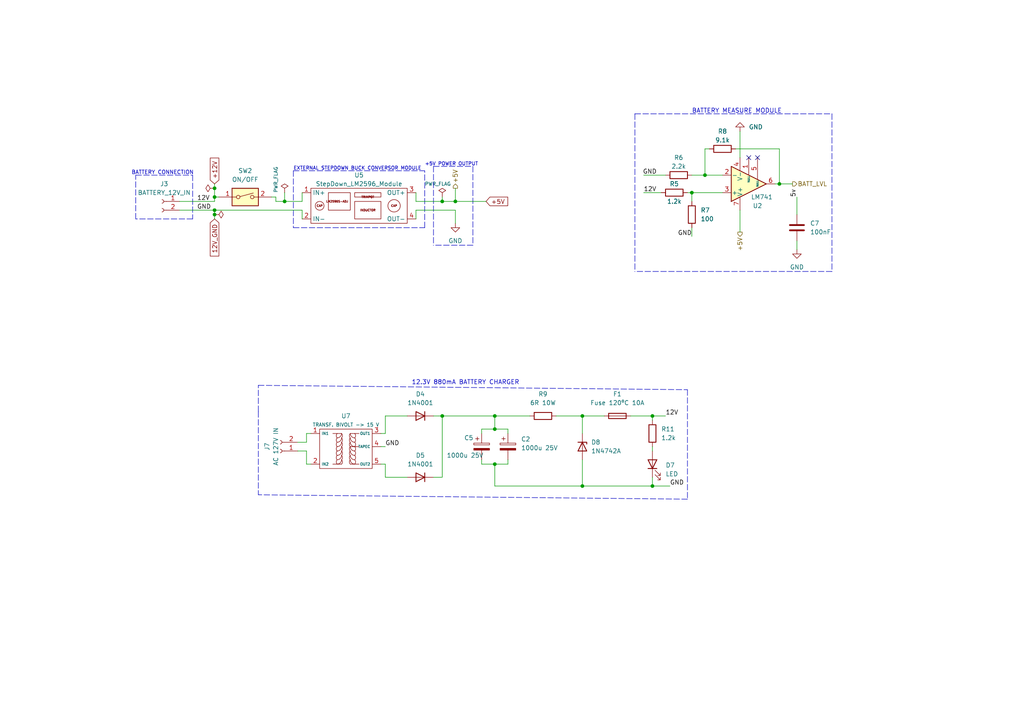
<source format=kicad_sch>
(kicad_sch (version 20211123) (generator eeschema)
  (paper "A4")
  (title_block (title "Power Supply Eschema ") (date "2022-03-24") (rev "2.0") (company "Leandro Assis dos Santos") (comment 1 "Disponible in: github.com/leandroassis"))
  (lib_symbols
    (symbol "Amplifier_Operational:LM741" (pin_names (offset 0.127))
      (property "Reference" "U" (at 0 6.35 0))
      (property "Value" "LM741" (at 0 3.81 0))
      (symbol "LM741_0_1"
        (polyline (pts (xy -5.08 5.08) (xy 5.08 0) (xy -5.08 -5.08) (xy -5.08 5.08)) (stroke (width 0.254)) (fill (type background)))
      )
      (symbol "LM741_1_1"
        (pin input line (at 0 -7.62 90) (length 5.08) (name "NULL") (number "1"))
        (pin input line (at -7.62 -2.54 0) (length 2.54) (name "-") (number "2"))
        (pin input line (at -7.62 2.54 0) (length 2.54) (name "+") (number "3"))
        (pin power_in line (at -2.54 -7.62 90) (length 3.81) (name "V-") (number "4"))
        (pin input line (at 2.54 -7.62 90) (length 6.35) (name "NULL") (number "5"))
        (pin output line (at 7.62 0 180) (length 2.54) (name "~") (number "6"))
        (pin power_in line (at -2.54 7.62 270) (length 3.81) (name "V+") (number "7"))
        (pin no_connect line (at 0 2.54 270) (length 2.54) hide (name "NC") (number "8"))
      )
    )
    (symbol "Connector:Conn_01x02_Female" (pin_names (offset 1.016) hide)
      (property "Reference" "J" (at 0 2.54 0))
      (property "Value" "Conn_01x02_Female" (at 0 -5.08 0))
      (symbol "Conn_01x02_Female_1_1"
        (arc (start 0 -2.032) (mid -0.508 -2.54) (end 0 -3.048) (stroke (width 0.1524)))
        (polyline (pts (xy -1.27 -2.54) (xy -0.508 -2.54)) (stroke (width 0.1524)))
        (polyline (pts (xy -1.27 0) (xy -0.508 0)) (stroke (width 0.1524)))
        (arc (start 0 0.508) (mid -0.508 0) (end 0 -0.508) (stroke (width 0.1524)))
        (pin passive line (at -5.08 0 0) (length 3.81) (name "Pin_1") (number "1"))
        (pin passive line (at -5.08 -2.54 0) (length 3.81) (name "Pin_2") (number "2"))
      )
    )
    (symbol "Device:C" (pin_numbers hide) (pin_names (offset 0.254))
      (property "Reference" "C" (at 0.635 2.54 0))
      (property "Value" "C" (at 0.635 -2.54 0))
      (symbol "C_0_1"
        (polyline (pts (xy -2.032 -0.762) (xy 2.032 -0.762)) (stroke (width 0.508)))
        (polyline (pts (xy -2.032 0.762) (xy 2.032 0.762)) (stroke (width 0.508)))
      )
      (symbol "C_1_1"
        (pin passive line (at 0 3.81 270) (length 2.794) (name "~") (number "1"))
        (pin passive line (at 0 -3.81 90) (length 2.794) (name "~") (number "2"))
      )
    )
    (symbol "Device:C_Polarized" (pin_numbers hide) (pin_names (offset 0.254))
      (property "Reference" "C" (at 0.635 2.54 0))
      (property "Value" "C_Polarized" (at 0.635 -2.54 0))
      (symbol "C_Polarized_0_1"
        (rectangle (start -2.286 0.508) (end 2.286 1.016))
        (polyline (pts (xy -1.778 2.286) (xy -0.762 2.286)))
        (polyline (pts (xy -1.27 2.794) (xy -1.27 1.778)))
        (rectangle (start 2.286 -0.508) (end -2.286 -1.016) (fill (type outline)))
      )
      (symbol "C_Polarized_1_1"
        (pin passive line (at 0 3.81 270) (length 2.794) (name "~") (number "1"))
        (pin passive line (at 0 -3.81 90) (length 2.794) (name "~") (number "2"))
      )
    )
    (symbol "Device:D_Zener" (pin_numbers hide) (pin_names (offset 1.016) hide)
      (property "Reference" "D" (at 0 2.54 0))
      (property "Value" "D_Zener" (at 0 -2.54 0))
      (symbol "D_Zener_0_1"
        (polyline (pts (xy 1.27 0) (xy -1.27 0)))
        (polyline (pts (xy -1.27 -1.27) (xy -1.27 1.27) (xy -0.762 1.27)) (stroke (width 0.254)))
        (polyline (pts (xy 1.27 -1.27) (xy 1.27 1.27) (xy -1.27 0) (xy 1.27 -1.27)) (stroke (width 0.254)))
      )
      (symbol "D_Zener_1_1"
        (pin passive line (at -3.81 0 0) (length 2.54) (name "K") (number "1"))
        (pin passive line (at 3.81 0 180) (length 2.54) (name "A") (number "2"))
      )
    )
    (symbol "Device:Fuse" (pin_numbers hide) (pin_names (offset 0))
      (property "Reference" "F" (at 2.032 0 90))
      (property "Value" "Fuse" (at -1.905 0 90))
      (symbol "Fuse_0_1"
        (rectangle (start -0.762 -2.54) (end 0.762 2.54) (stroke (width 0.254)))
        (polyline (pts (xy 0 2.54) (xy 0 -2.54)))
      )
      (symbol "Fuse_1_1"
        (pin passive line (at 0 3.81 270) (length 1.27) (name "~") (number "1"))
        (pin passive line (at 0 -3.81 90) (length 1.27) (name "~") (number "2"))
      )
    )
    (symbol "Device:LED" (pin_numbers hide) (pin_names (offset 1.016) hide)
      (property "Reference" "D" (at 0 2.54 0))
      (property "Value" "LED" (at 0 -2.54 0))
      (symbol "LED_0_1"
        (polyline (pts (xy -1.27 -1.27) (xy -1.27 1.27)) (stroke (width 0.254)))
        (polyline (pts (xy -1.27 0) (xy 1.27 0)))
        (polyline (pts (xy 1.27 -1.27) (xy 1.27 1.27) (xy -1.27 0) (xy 1.27 -1.27)) (stroke (width 0.254)))
        (polyline (pts (xy -3.048 -0.762) (xy -4.572 -2.286) (xy -3.81 -2.286) (xy -4.572 -2.286) (xy -4.572 -1.524)))
        (polyline (pts (xy -1.778 -0.762) (xy -3.302 -2.286) (xy -2.54 -2.286) (xy -3.302 -2.286) (xy -3.302 -1.524)))
      )
      (symbol "LED_1_1"
        (pin passive line (at -3.81 0 0) (length 2.54) (name "K") (number "1"))
        (pin passive line (at 3.81 0 180) (length 2.54) (name "A") (number "2"))
      )
    )
    (symbol "Device:R" (pin_numbers hide) (pin_names (offset 0))
      (property "Reference" "R" (at 2.032 0 90))
      (property "Value" "R" (at 0 0 90))
      (symbol "R_0_1"
        (rectangle (start -1.016 -2.54) (end 1.016 2.54) (stroke (width 0.254)))
      )
      (symbol "R_1_1"
        (pin passive line (at 0 3.81 270) (length 1.27) (name "~") (number "1"))
        (pin passive line (at 0 -3.81 90) (length 1.27) (name "~") (number "2"))
      )
    )
    (symbol "Diode:1N4001" (pin_numbers hide) (pin_names (offset 1.016) hide)
      (property "Reference" "D" (at 0 2.54 0))
      (property "Value" "1N4001" (at 0 -2.54 0))
      (symbol "1N4001_0_1"
        (polyline (pts (xy -1.27 1.27) (xy -1.27 -1.27)) (stroke (width 0.254)))
        (polyline (pts (xy 1.27 0) (xy -1.27 0)))
        (polyline (pts (xy 1.27 1.27) (xy 1.27 -1.27) (xy -1.27 0) (xy 1.27 1.27)) (stroke (width 0.254)))
      )
      (symbol "1N4001_1_1"
        (pin passive line (at -3.81 0 0) (length 2.54) (name "K") (number "1"))
        (pin passive line (at 3.81 0 180) (length 2.54) (name "A") (number "2"))
      )
    )
    (symbol "New_Library:StepDown_LM2596_Module"
      (property "Reference" "U" (at 0 0 0))
      (property "Value" "StepDown_LM2596_Module" (at 0 -2.54 0))
      (symbol "StepDown_LM2596_Module_0_0"
        (circle (center -11.43 -10.16) (radius 1.27))
        (rectangle (start -8.89 -6.35) (end -2.54 -11.43))
        (rectangle (start -1.27 -8.89) (end 6.35 -13.97))
        (rectangle (start -1.27 -6.35) (end 6.35 -7.62))
        (circle (center 10.16 -10.16) (radius 1.7961))
        (text "CAP" (at -11.43 -10.16 0) (effects (font (size 0.6 0.6))))
        (text "CAP" (at 10.16 -10.16 0) (effects (font (size 0.6 0.6))))
        (text "INDUCTOR" (at 2.54 -11.43 0) (effects (font (size 0.6 0.6))))
        (text "LM2596S-ADJ" (at -6.35 -8.89 0) (effects (font (size 0.6 0.6))))
        (text "TRIMPOT" (at 2.54 -7.62 0) (effects (font (size 0.6 0.6))))
      )
      (symbol "StepDown_LM2596_Module_0_1"
        (rectangle (start -13.97 -5.08) (end 13.97 -15.24))
      )
      (symbol "StepDown_LM2596_Module_1_1"
        (pin input line (at -16.51 -6.35 0) (length 2.54) (name "IN+") (number "1"))
        (pin input line (at -16.51 -13.97 0) (length 2.54) (name "IN-") (number "2"))
        (pin input line (at 16.51 -6.35 180) (length 2.54) (name "OUT+") (number "3"))
        (pin input line (at 16.51 -13.97 180) (length 2.54) (name "OUT-") (number "4"))
      )
    )
    (symbol "New_Library:trafo_110{slash}220Vac_15-15Vdc"
      (property "Reference" "U7" (at 1.27 8.89 0))
      (property "Value" "TRANSF. BIVOLT -> 15 V" (at 1.27 6.35 0))
      (symbol "trafo_110{slash}220Vac_15-15Vdc_0_1"
        (rectangle (start -6.35 5.08) (end 8.89 -6.35))
        (arc (start -1.27 -5.08) (mid -0.372 -4.708) (end 0 -3.81))
        (arc (start -1.27 -3.81) (mid -1.533 -4.445) (end -1.27 -5.08))
        (arc (start -1.27 -3.81) (mid -0.372 -3.438) (end 0 -2.54))
        (arc (start -1.27 -2.54) (mid -1.533 -3.175) (end -1.27 -3.81))
        (arc (start -1.27 -2.54) (mid -0.372 -2.168) (end 0 -1.27))
        (arc (start -1.27 -1.27) (mid -1.533 -1.905) (end -1.27 -2.54))
        (arc (start -1.27 -1.27) (mid -0.372 -0.898) (end 0 0))
        (arc (start -1.27 0) (mid -1.533 -0.635) (end -1.27 -1.27))
        (arc (start -1.27 0) (mid -0.372 0.372) (end 0 1.27))
        (arc (start -1.27 1.27) (mid -1.533 0.635) (end -1.27 0))
        (arc (start -1.27 1.27) (mid -0.372 1.642) (end 0 2.54))
        (arc (start -1.27 2.54) (mid -1.533 1.905) (end -1.27 1.27))
        (arc (start -1.27 2.54) (mid -0.372 2.912) (end 0 3.81))
        (arc (start -1.27 3.81) (mid -1.533 3.175) (end -1.27 2.54))
        (arc (start 0 -5.08) (mid 0.263 -4.445) (end 0 -3.81))
        (arc (start 0 -3.81) (mid 0.263 -3.175) (end 0 -2.54))
        (arc (start 0 -2.54) (mid 0.263 -1.905) (end 0 -1.27))
        (arc (start 0 -1.27) (mid 0.263 -0.635) (end 0 0))
        (polyline (pts (xy 0 -5.08) (xy -2.54 -5.08)))
        (polyline (pts (xy 0 3.81) (xy -2.54 3.81)))
        (polyline (pts (xy 2.5399 -5.0801) (xy 5.0799 -5.0801)))
        (polyline (pts (xy 2.54 0) (xy 5.08 0)))
        (polyline (pts (xy 2.5399 3.8099) (xy 5.0799 3.8099)))
        (arc (start 0 0) (mid 0.263 0.635) (end 0 1.27))
        (arc (start 0 1.27) (mid 0.263 1.905) (end 0 2.54))
        (arc (start 0 2.54) (mid 0.263 3.175) (end 0 3.81))
        (arc (start 2.5399 -3.8101) (mid 2.2769 -4.4451) (end 2.5399 -5.0801))
        (arc (start 2.5399 -3.8101) (mid 2.9119 -4.7081) (end 3.8099 -5.0801))
        (arc (start 2.5399 -2.5401) (mid 2.2769 -3.1751) (end 2.5399 -3.8101))
        (arc (start 2.5399 -2.5401) (mid 2.9119 -3.4381) (end 3.8099 -3.8101))
        (arc (start 2.5399 -1.2701) (mid 2.2769 -1.9051) (end 2.5399 -2.5401))
        (arc (start 2.5399 -1.2701) (mid 2.9119 -2.1681) (end 3.8099 -2.5401))
        (arc (start 2.5399 -0.0001) (mid 2.2769 -0.6351) (end 2.5399 -1.2701))
        (arc (start 2.5399 -0.0001) (mid 2.9119 -0.8981) (end 3.8099 -1.2701))
        (arc (start 2.5399 1.2699) (mid 2.2769 0.6349) (end 2.5399 -0.0001))
        (arc (start 2.5399 1.2699) (mid 2.9119 0.3719) (end 3.8099 -0.0001))
        (arc (start 2.5399 2.5399) (mid 2.2769 1.9049) (end 2.5399 1.2699))
        (arc (start 2.5399 2.5399) (mid 2.9119 1.6419) (end 3.8099 1.2699))
        (arc (start 2.5399 3.8099) (mid 2.2769 3.1749) (end 2.5399 2.5399))
        (arc (start 2.5399 3.8099) (mid 2.9119 2.9119) (end 3.8099 2.5399))
        (arc (start 3.8099 -5.0801) (mid 4.0729 -4.4451) (end 3.8099 -3.8101))
        (arc (start 3.8099 -3.8101) (mid 4.0729 -3.1751) (end 3.8099 -2.5401))
        (arc (start 3.8099 -2.5401) (mid 4.0729 -1.9051) (end 3.8099 -1.2701))
        (arc (start 3.8099 -1.2701) (mid 4.0729 -0.6351) (end 3.8099 -0.0001))
        (arc (start 3.8099 -0.0001) (mid 4.0729 0.6349) (end 3.8099 1.2699))
        (arc (start 3.8099 1.2699) (mid 4.0729 1.9049) (end 3.8099 2.5399))
        (arc (start 3.8099 2.5399) (mid 4.0729 3.1749) (end 3.8099 3.8099))
      )
      (symbol "trafo_110{slash}220Vac_15-15Vdc_1_1"
        (pin bidirectional line (at -8.89 3.81 0) (length 2.54) (name "IN1") (number "1"))
        (pin input line (at -8.89 -5.08 0) (length 2.54) (name "IN2") (number "2"))
        (pin bidirectional line (at 11.43 3.81 180) (length 2.54) (name "OUT1") (number "3"))
        (pin input line (at 11.43 0 180) (length 2.54) (name "TAPEC") (number "4"))
        (pin bidirectional line (at 11.43 -5.08 180) (length 2.54) (name "OUT2") (number "5"))
      )
    )
    (symbol "Switch:SW_DIP_x01" (pin_names (offset 0) hide)
      (property "Reference" "SW" (at 0 3.81 0))
      (property "Value" "SW_DIP_x01" (at 0 -3.81 0))
      (symbol "SW_DIP_x01_0_0"
        (circle (center -2.032 0) (radius 0.508))
        (polyline (pts (xy -1.524 0.127) (xy 2.3622 1.1684)))
        (circle (center 2.032 0) (radius 0.508))
      )
      (symbol "SW_DIP_x01_0_1"
        (rectangle (start -3.81 2.54) (end 3.81 -2.54) (stroke (width 0.254)) (fill (type background)))
      )
      (symbol "SW_DIP_x01_1_1"
        (pin passive line (at -7.62 0 0) (length 5.08) (name "~") (number "1"))
        (pin passive line (at 7.62 0 180) (length 5.08) (name "~") (number "2"))
      )
    )
    (symbol "power:GND" (power) (pin_names (offset 0))
      (property "Value" "GND" (at 0 -3.81 0))
      (symbol "GND_0_1"
        (polyline (pts (xy 0 0) (xy 0 -1.27) (xy 1.27 -1.27) (xy 0 -2.54) (xy -1.27 -1.27) (xy 0 -1.27)))
      )
      (symbol "GND_1_1"
        (pin power_in line (at 0 0 270) (length 0) hide (name "GND") (number "1"))
      )
    )
    (symbol "power:PWR_FLAG" (power) (pin_numbers hide) (pin_names (offset 0) hide)
      (property "Value" "PWR_FLAG" (at 0 3.81 0))
      (symbol "PWR_FLAG_0_0"
        (pin power_out line (at 0 0 90) (length 0) (name "pwr") (number "1"))
      )
      (symbol "PWR_FLAG_0_1"
        (polyline (pts (xy 0 0) (xy 0 1.27) (xy -1.016 1.905) (xy 0 2.54) (xy 1.016 1.905) (xy 0 1.27)))
      )
    )
  )
  (junction (at 189.23 120.65))
  (junction (at 143.51 124.46))
  (junction (at 62.23 60.96))
  (junction (at 62.23 57.15))
  (junction (at 226.06 53.34))
  (junction (at 168.91 120.65))
  (junction (at 82.55 58.42))
  (junction (at 143.51 120.65))
  (junction (at 204.47 50.8))
  (junction (at 128.27 58.42))
  (junction (at 143.51 134.62))
  (junction (at 62.23 62.23))
  (junction (at 128.27 120.65))
  (junction (at 62.23 54.61))
  (junction (at 168.91 140.97))
  (junction (at 132.08 58.42))
  (junction (at 189.23 140.97))
  (junction (at 200.66 55.88))
  (no_connect (at 217.17 45.72))
  (no_connect (at 219.71 45.72))
  (wire (pts (xy 168.91 120.65) (xy 175.26 120.65)))
  (wire (pts (xy 111.76 120.65) (xy 111.76 125.73)))
  (polyline (pts (xy 199.39 113.03) (xy 199.39 144.78)))
  (wire (pts (xy 189.23 129.54) (xy 189.23 130.81)))
  (wire (pts (xy 88.9 130.81) (xy 88.9 134.62)))
  (wire (pts (xy 226.06 43.18) (xy 226.06 53.34)))
  (polyline (pts (xy 39.37 63.5) (xy 39.37 50.8)))
  (wire (pts (xy 86.36 128.27) (xy 88.9 128.27)))
  (wire (pts (xy 62.23 53.34) (xy 62.23 54.61)))
  (wire (pts (xy 120.65 55.88) (xy 120.65 58.42)))
  (wire (pts (xy 62.23 60.96) (xy 87.63 60.96)))
  (wire (pts (xy 204.47 43.18) (xy 204.47 50.8)))
  (polyline (pts (xy 74.93 119.38) (xy 74.93 143.51)))
  (wire (pts (xy 189.23 120.65) (xy 193.04 120.65)))
  (wire (pts (xy 128.27 58.42) (xy 132.08 58.42)))
  (wire (pts (xy 52.07 58.42) (xy 62.23 58.42)))
  (polyline (pts (xy 55.88 63.5) (xy 39.37 63.5)))
  (wire (pts (xy 147.32 134.62) (xy 143.51 134.62)))
  (wire (pts (xy 168.91 133.35) (xy 168.91 140.97)))
  (wire (pts (xy 147.32 124.46) (xy 147.32 125.73)))
  (wire (pts (xy 87.63 55.88) (xy 87.63 58.42)))
  (wire (pts (xy 143.51 120.65) (xy 143.51 124.46)))
  (polyline (pts (xy 55.88 50.8) (xy 55.88 63.5)))
  (wire (pts (xy 186.69 50.8) (xy 193.04 50.8)))
  (wire (pts (xy 111.76 138.43) (xy 118.11 138.43)))
  (wire (pts (xy 62.23 57.15) (xy 62.23 58.42)))
  (polyline (pts (xy 199.39 144.78) (xy 74.93 143.51)))
  (wire (pts (xy 128.27 120.65) (xy 143.51 120.65)))
  (wire (pts (xy 200.66 55.88) (xy 200.66 58.42)))
  (polyline (pts (xy 241.3 78.74) (xy 184.15 78.74)))
  (wire (pts (xy 120.65 60.96) (xy 132.08 60.96)))
  (polyline (pts (xy 137.16 48.26) (xy 137.16 71.12)))
  (wire (pts (xy 128.27 57.15) (xy 128.27 58.42)))
  (wire (pts (xy 189.23 138.43) (xy 189.23 140.97)))
  (polyline (pts (xy 85.09 49.53) (xy 123.19 49.53)))
  (wire (pts (xy 128.27 120.65) (xy 128.27 138.43)))
  (polyline (pts (xy 125.73 48.26) (xy 137.16 48.26)))
  (wire (pts (xy 200.66 55.88) (xy 209.55 55.88)))
  (wire (pts (xy 205.74 43.18) (xy 204.47 43.18)))
  (polyline (pts (xy 125.73 48.26) (xy 125.73 71.12)))
  (wire (pts (xy 147.32 133.35) (xy 147.32 134.62)))
  (wire (pts (xy 139.7 133.35) (xy 139.7 134.62)))
  (wire (pts (xy 110.49 125.73) (xy 111.76 125.73)))
  (polyline (pts (xy 184.15 33.02) (xy 184.15 33.02)))
  (wire (pts (xy 110.49 129.54) (xy 111.76 129.54)))
  (wire (pts (xy 111.76 134.62) (xy 111.76 138.43)))
  (polyline (pts (xy 39.37 50.8) (xy 55.88 50.8)))
  (wire (pts (xy 204.47 50.8) (xy 209.55 50.8)))
  (wire (pts (xy 82.55 55.88) (xy 82.55 58.42)))
  (wire (pts (xy 120.65 60.96) (xy 120.65 63.5)))
  (polyline (pts (xy 137.16 71.12) (xy 125.73 71.12)))
  (wire (pts (xy 132.08 54.61) (xy 132.08 58.42)))
  (wire (pts (xy 88.9 134.62) (xy 90.17 134.62)))
  (wire (pts (xy 132.08 60.96) (xy 132.08 64.77)))
  (wire (pts (xy 62.23 62.23) (xy 62.23 63.5)))
  (wire (pts (xy 231.14 69.85) (xy 231.14 72.39)))
  (polyline (pts (xy 123.19 66.04) (xy 123.19 49.53)))
  (wire (pts (xy 182.88 120.65) (xy 189.23 120.65)))
  (wire (pts (xy 189.23 120.65) (xy 189.23 121.92)))
  (polyline (pts (xy 241.3 33.02) (xy 241.3 78.74)))
  (wire (pts (xy 231.14 57.15) (xy 231.14 62.23)))
  (wire (pts (xy 200.66 66.04) (xy 200.66 68.58)))
  (wire (pts (xy 110.49 134.62) (xy 111.76 134.62)))
  (wire (pts (xy 62.23 54.61) (xy 62.23 57.15)))
  (wire (pts (xy 199.39 55.88) (xy 200.66 55.88)))
  (wire (pts (xy 186.69 55.88) (xy 191.77 55.88)))
  (wire (pts (xy 224.79 53.34) (xy 226.06 53.34)))
  (wire (pts (xy 200.66 50.8) (xy 204.47 50.8)))
  (wire (pts (xy 111.76 120.65) (xy 118.11 120.65)))
  (wire (pts (xy 125.73 120.65) (xy 128.27 120.65)))
  (polyline (pts (xy 85.09 66.04) (xy 123.19 66.04)))
  (polyline (pts (xy 184.15 33.02) (xy 184.15 78.74)))
  (wire (pts (xy 143.51 134.62) (xy 143.51 140.97)))
  (wire (pts (xy 143.51 140.97) (xy 168.91 140.97)))
  (wire (pts (xy 88.9 125.73) (xy 90.17 125.73)))
  (wire (pts (xy 226.06 53.34) (xy 229.87 53.34)))
  (wire (pts (xy 86.36 130.81) (xy 88.9 130.81)))
  (wire (pts (xy 88.9 128.27) (xy 88.9 125.73)))
  (wire (pts (xy 128.27 138.43) (xy 125.73 138.43)))
  (wire (pts (xy 214.63 60.96) (xy 214.63 67.31)))
  (polyline (pts (xy 74.93 119.38) (xy 74.93 111.76)))
  (wire (pts (xy 63.5 57.15) (xy 62.23 57.15)))
  (polyline (pts (xy 85.09 49.53) (xy 85.09 66.04)))
  (wire (pts (xy 143.51 124.46) (xy 147.32 124.46)))
  (polyline (pts (xy 74.93 111.76) (xy 199.39 113.03)))
  (wire (pts (xy 143.51 134.62) (xy 139.7 134.62)))
  (wire (pts (xy 139.7 124.46) (xy 143.51 124.46)))
  (wire (pts (xy 189.23 140.97) (xy 194.31 140.97)))
  (wire (pts (xy 120.65 58.42) (xy 128.27 58.42)))
  (wire (pts (xy 168.91 120.65) (xy 168.91 125.73)))
  (wire (pts (xy 87.63 63.5) (xy 87.63 60.96)))
  (wire (pts (xy 52.07 60.96) (xy 62.23 60.96)))
  (wire (pts (xy 62.23 60.96) (xy 62.23 62.23)))
  (wire (pts (xy 139.7 125.73) (xy 139.7 124.46)))
  (polyline (pts (xy 184.15 33.02) (xy 241.3 33.02)))
  (wire (pts (xy 80.01 58.42) (xy 82.55 58.42)))
  (wire (pts (xy 213.36 43.18) (xy 226.06 43.18)))
  (wire (pts (xy 168.91 140.97) (xy 189.23 140.97)))
  (wire (pts (xy 80.01 57.15) (xy 80.01 58.42)))
  (wire (pts (xy 161.29 120.65) (xy 168.91 120.65)))
  (wire (pts (xy 214.63 38.1) (xy 214.63 45.72)))
  (wire (pts (xy 143.51 120.65) (xy 153.67 120.65)))
  (wire (pts (xy 78.74 57.15) (xy 80.01 57.15)))
  (wire (pts (xy 132.08 58.42) (xy 140.97 58.42)))
  (wire (pts (xy 82.55 58.42) (xy 87.63 58.42)))
  (text "12.3V 880mA BATTERY CHARGER" (at 119.38 111.76 0) (effects (font (size 1.27 1.27)) (justify left bottom)))
  (text "BATTERY MEASURE MODULE" (at 200.66 33.02 0) (effects (font (size 1.27 1.27)) (justify left bottom)))
  (text "+5V POWER OUTPUT" (at 123.19 48.26 0) (effects (font (size 1 1)) (justify left bottom)))
  (text "EXTERNAL STEPDOWN BUCK CONVERSOR MODULE" (at 85.09 49.53 0) (effects (font (size 1 1)) (justify left bottom)))
  (text "BATTERY CONNECTION" (at 38.1 50.8 0) (effects (font (size 1.1 1.1)) (justify left bottom)))
  (label "GND" (at 194.31 140.97 0))
  (label "12V" (at 186.69 55.88 0))
  (label "12V" (at 193.04 120.65 0))
  (label "12V" (at 57.15 58.42 0))
  (label "GND" (at 190.5 50.8 180))
  (label "GND" (at 111.76 129.54 0))
  (label "5v" (at 231.14 57.15 90))
  (label "GND" (at 200.66 68.58 180))
  (label "GND" (at 57.15 60.96 0))
  (global_label "+5V" (shape input) (at 140.97 58.42 0) (property "Intersheet References" "${INTERSHEET_REFS}" (effects hide)))
  (global_label "12V_GND" (shape input) (at 62.23 63.5 270) (property "Intersheet References" "${INTERSHEET_REFS}" (effects hide)))
  (global_label "+12V" (shape input) (at 62.23 53.34 90) (property "Intersheet References" "${INTERSHEET_REFS}" (effects hide)))
  (hierarchical_label "+5V" (shape output) (at 132.08 54.61 90))
  (hierarchical_label "BATT_LVL" (shape output) (at 229.87 53.34 0))
  (hierarchical_label "+5V" (shape output) (at 214.63 67.31 270))
  (symbol (lib_id "Device:R") (at 196.85 50.8 90) (unit 1)
    (property "Reference" "R6" (at 196.85 45.72 90))
    (property "Value" "2.2k" (at 196.85 48.26 90))
  )
  (symbol (lib_id "Device:R") (at 157.48 120.65 90) (unit 1)
    (property "Reference" "R9" (at 157.48 114.3 90))
    (property "Value" "6R 10W" (at 157.48 116.84 90))
  )
  (symbol (lib_id "New_Library:StepDown_LM2596_Module") (at 104.14 49.53 0) (unit 1)
    (property "Reference" "U5" (at 104.14 50.8 0))
    (property "Value" "StepDown_LM2596_Module" (at 104.14 53.34 0))
  )
  (symbol (lib_id "power:PWR_FLAG") (at 128.27 57.15 0) (unit 1)
    (property "Reference" "#FLG0103" (effects hide))
    (property "Value" "PWR_FLAG" (at 123.19 53.34 0) (effects (font (size 1 1)) (justify left)))
  )
  (symbol (lib_id "power:PWR_FLAG") (at 62.23 54.61 90) (unit 1)
    (property "Reference" "#FLG01" (effects hide))
    (property "Value" "PWR_FLAG" (effects hide))
  )
  (symbol (lib_id "Device:LED") (at 189.23 134.62 90) (unit 1)
    (property "Reference" "D7" (at 193.04 134.9374 90) (effects (justify right)))
    (property "Value" "LED" (at 193.04 137.4774 90) (effects (justify right)))
  )
  (symbol (lib_id "Connector:Conn_01x02_Female") (at 46.99 58.42 0) (mirror y) (unit 1)
    (property "Reference" "J3" (at 47.625 53.34 0))
    (property "Value" "BATTERY_12V_IN" (at 47.625 55.88 0))
  )
  (symbol (lib_id "power:GND") (at 214.63 38.1 180) (unit 1)
    (property "Reference" "#PWR09" (effects hide))
    (property "Value" "GND" (at 217.17 36.8299 0) (effects (justify right)))
  )
  (symbol (lib_id "New_Library:trafo_110{slash}220Vac_15-15Vdc") (at 99.06 129.54 0) (unit 1)
    (property "Reference" "U7" (at 100.33 120.65 0))
    (property "Value" "TRANSF. BIVOLT -> 15 V" (at 100.33 123.19 0) (effects (font (size 1 1))))
  )
  (symbol (lib_id "power:GND") (at 132.08 64.77 0) (unit 1)
    (property "Reference" "#PWR0101" (effects hide))
    (property "Value" "GND" (at 132.08 69.85 0))
  )
  (symbol (lib_id "Switch:SW_DIP_x01") (at 71.12 57.15 0) (unit 1)
    (property "Reference" "SW2" (at 71.12 49.53 0))
    (property "Value" "ON/OFF" (at 71.12 52.07 0))
  )
  (symbol (lib_id "Device:R") (at 189.23 125.73 0) (unit 1)
    (property "Reference" "R11" (at 191.77 124.4599 0) (effects (justify left)))
    (property "Value" "1.2k" (at 191.77 126.9999 0) (effects (justify left)))
  )
  (symbol (lib_id "Diode:1N4001") (at 121.92 138.43 180) (unit 1)
    (property "Reference" "D5" (at 121.92 132.08 0))
    (property "Value" "1N4001" (at 121.92 134.62 0))
    (property "Footprint" "Diode_THT:D_DO-41_SOD81_P10.16mm_Horizontal" (effects hide))
    (property "Datasheet" "http://www.vishay.com/docs/88503/1n4001.pdf" (effects hide))
  )
  (symbol (lib_id "Device:C_Polarized") (at 147.32 129.54 0) (unit 1)
    (property "Reference" "C2" (at 151.13 127.3809 0) (effects (justify left)))
    (property "Value" "1000u 25V" (at 151.13 129.9209 0) (effects (justify left)))
  )
  (symbol (lib_id "Device:R") (at 209.55 43.18 90) (unit 1)
    (property "Reference" "R8" (at 209.55 38.1 90))
    (property "Value" "9.1k" (at 209.55 40.64 90))
  )
  (symbol (lib_id "power:PWR_FLAG") (at 62.23 62.23 270) (unit 1)
    (property "Reference" "#FLG02" (effects hide))
    (property "Value" "PWR_FLAG" (effects hide))
  )
  (symbol (lib_id "power:PWR_FLAG") (at 82.55 55.88 0) (unit 1)
    (property "Reference" "#FLG0102" (effects hide))
    (property "Value" "PWR_FLAG" (at 80.01 55.88 90) (effects (font (size 1 1)) (justify left)))
  )
  (symbol (lib_id "Device:D_Zener") (at 168.91 129.54 270) (unit 1)
    (property "Reference" "D8" (at 171.45 128.2699 90) (effects (justify left)))
    (property "Value" "1N4742A" (at 171.45 130.8099 90) (effects (justify left)))
  )
  (symbol (lib_id "Connector:Conn_01x02_Female") (at 81.28 130.81 180) (unit 1)
    (property "Reference" "J7" (at 77.47 129.54 90))
    (property "Value" "AC 127V IN" (at 80.01 129.54 90))
  )
  (symbol (lib_id "Device:R") (at 195.58 55.88 90) (unit 1)
    (property "Reference" "R5" (at 195.58 53.34 90))
    (property "Value" "1.2k" (at 195.58 58.42 90))
  )
  (symbol (lib_id "Device:Fuse") (at 179.07 120.65 90) (unit 1)
    (property "Reference" "F1" (at 179.07 114.3 90))
    (property "Value" "Fuse 120ºC 10A" (at 179.07 116.84 90))
  )
  (symbol (lib_id "Amplifier_Operational:LM741") (at 217.17 53.34 0) (mirror x) (unit 1)
    (property "Reference" "U2" (at 219.71 59.69 0))
    (property "Value" "LM741" (at 220.98 57.15 0))
    (property "Datasheet" "http://www.ti.com/lit/ds/symlink/lm741.pdf" (effects hide))
  )
  (symbol (lib_id "Device:R") (at 200.66 62.23 180) (unit 1)
    (property "Reference" "R7" (at 203.2 60.9599 0) (effects (justify right)))
    (property "Value" "100" (at 203.2 63.4999 0) (effects (justify right)))
  )
  (symbol (lib_id "Device:C_Polarized") (at 139.7 129.54 0) (unit 1)
    (property "Reference" "C5" (at 134.62 127 0) (effects (justify left)))
    (property "Value" "1000u 25V" (at 129.54 132.08 0) (effects (justify left)))
  )
  (symbol (lib_id "Diode:1N4001") (at 121.92 120.65 180) (unit 1)
    (property "Reference" "D4" (at 121.92 114.3 0))
    (property "Value" "1N4001" (at 121.92 116.84 0))
    (property "Footprint" "Diode_THT:D_DO-41_SOD81_P10.16mm_Horizontal" (effects hide))
    (property "Datasheet" "http://www.vishay.com/docs/88503/1n4001.pdf" (effects hide))
  )
  (symbol (lib_id "Device:C") (at 231.14 66.04 0) (unit 1)
    (property "Reference" "C7" (at 234.95 64.77 0) (effects (justify left)))
    (property "Value" "100nF" (at 234.95 67.31 0) (effects (justify left)))
  )
  (symbol (lib_id "power:GND") (at 231.14 72.39 0) (unit 1)
    (property "Reference" "#PWR018" (effects hide))
    (property "Value" "GND" (at 231.14 77.47 0))
  )
)
</source>
